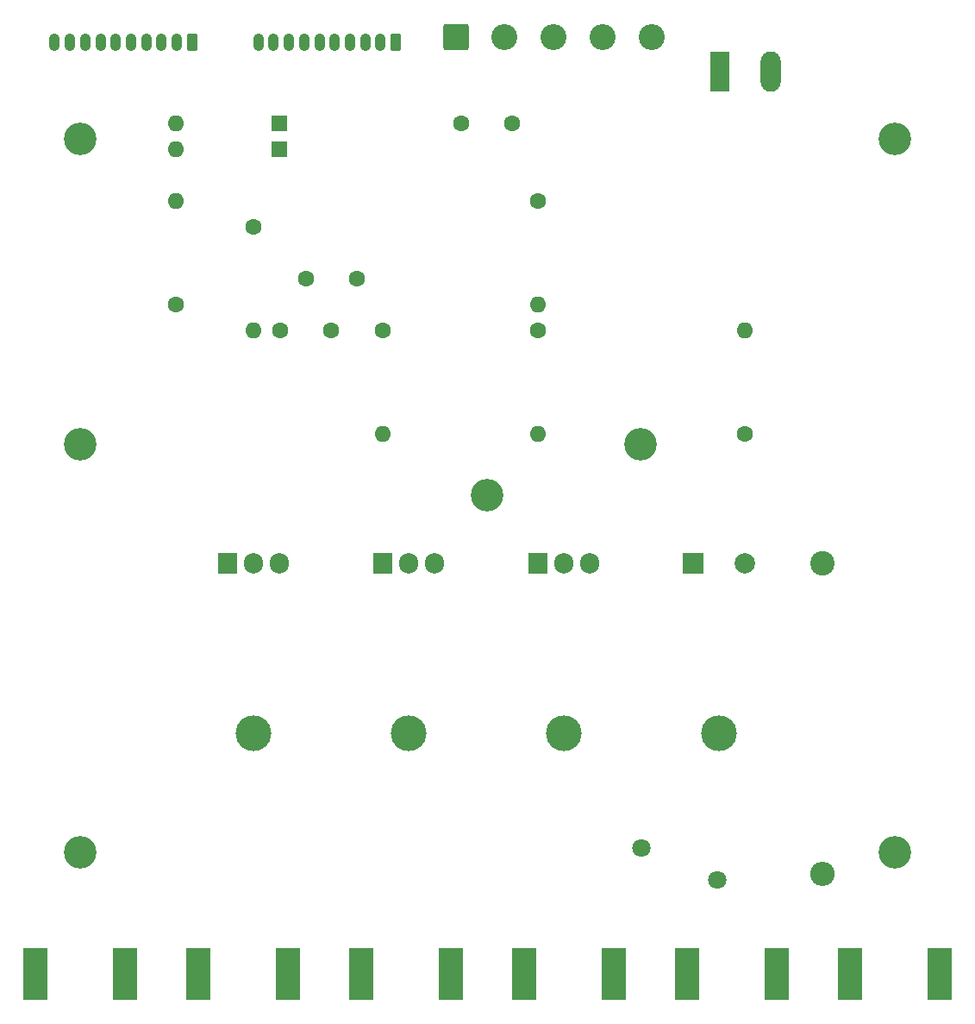
<source format=gbs>
G04 #@! TF.GenerationSoftware,KiCad,Pcbnew,9.0.0*
G04 #@! TF.CreationDate,2025-07-09T11:38:48-07:00*
G04 #@! TF.ProjectId,bipolar_current_driver_ADA4700-1,6269706f-6c61-4725-9f63-757272656e74,rev?*
G04 #@! TF.SameCoordinates,Original*
G04 #@! TF.FileFunction,Soldermask,Bot*
G04 #@! TF.FilePolarity,Negative*
%FSLAX46Y46*%
G04 Gerber Fmt 4.6, Leading zero omitted, Abs format (unit mm)*
G04 Created by KiCad (PCBNEW 9.0.0) date 2025-07-09 11:38:48*
%MOMM*%
%LPD*%
G01*
G04 APERTURE LIST*
G04 Aperture macros list*
%AMRoundRect*
0 Rectangle with rounded corners*
0 $1 Rounding radius*
0 $2 $3 $4 $5 $6 $7 $8 $9 X,Y pos of 4 corners*
0 Add a 4 corners polygon primitive as box body*
4,1,4,$2,$3,$4,$5,$6,$7,$8,$9,$2,$3,0*
0 Add four circle primitives for the rounded corners*
1,1,$1+$1,$2,$3*
1,1,$1+$1,$4,$5*
1,1,$1+$1,$6,$7*
1,1,$1+$1,$8,$9*
0 Add four rect primitives between the rounded corners*
20,1,$1+$1,$2,$3,$4,$5,0*
20,1,$1+$1,$4,$5,$6,$7,0*
20,1,$1+$1,$6,$7,$8,$9,0*
20,1,$1+$1,$8,$9,$2,$3,0*%
G04 Aperture macros list end*
%ADD10C,1.600000*%
%ADD11R,2.420000X5.080000*%
%ADD12RoundRect,0.249999X-1.025001X-1.025001X1.025001X-1.025001X1.025001X1.025001X-1.025001X1.025001X0*%
%ADD13C,2.550000*%
%ADD14RoundRect,0.250000X0.265000X0.615000X-0.265000X0.615000X-0.265000X-0.615000X0.265000X-0.615000X0*%
%ADD15O,1.030000X1.730000*%
%ADD16O,1.600000X1.600000*%
%ADD17C,3.500000*%
%ADD18R,1.905000X2.000000*%
%ADD19O,1.905000X2.000000*%
%ADD20C,3.200000*%
%ADD21R,2.000000X2.000000*%
%ADD22C,2.000000*%
%ADD23C,1.800000*%
%ADD24C,2.400000*%
%ADD25O,2.400000X2.400000*%
%ADD26R,1.600000X1.600000*%
%ADD27R,1.980000X3.960000*%
%ADD28O,1.980000X3.960000*%
G04 APERTURE END LIST*
D10*
X137160000Y-78740000D03*
X132160000Y-78740000D03*
D11*
X185620000Y-146930000D03*
X194380000Y-146930000D03*
D12*
X146900000Y-55000000D03*
D13*
X151700000Y-55000000D03*
X156500000Y-55000000D03*
X161300000Y-55000000D03*
X166100000Y-55000000D03*
D14*
X141000000Y-55500000D03*
D15*
X139500000Y-55500000D03*
X138000000Y-55500000D03*
X136500000Y-55500000D03*
X135000000Y-55500000D03*
X133500000Y-55500000D03*
X132000000Y-55500000D03*
X130500000Y-55500000D03*
X129000000Y-55500000D03*
X127500000Y-55500000D03*
D10*
X154940000Y-71120000D03*
D16*
X154940000Y-81280000D03*
D17*
X157480000Y-123340000D03*
D18*
X154940000Y-106680000D03*
D19*
X157480000Y-106680000D03*
X160020000Y-106680000D03*
D20*
X150000000Y-100000000D03*
X190000000Y-135000000D03*
D17*
X172720000Y-123340000D03*
D21*
X170180000Y-106680000D03*
D22*
X175260000Y-106680000D03*
D20*
X110000000Y-65000000D03*
D11*
X137620000Y-146930000D03*
X146380000Y-146930000D03*
D20*
X165000000Y-95000000D03*
X190000000Y-65000000D03*
D10*
X154940000Y-83820000D03*
D16*
X154940000Y-93980000D03*
D20*
X110000000Y-135000000D03*
D17*
X127000000Y-123340000D03*
D18*
X124460000Y-106680000D03*
D19*
X127000000Y-106680000D03*
X129540000Y-106680000D03*
D10*
X129620000Y-83820000D03*
X134620000Y-83820000D03*
D23*
X172600000Y-137720000D03*
X165100000Y-134620000D03*
D24*
X182880000Y-106680000D03*
D25*
X182880000Y-137160000D03*
D11*
X121620000Y-146930000D03*
X130380000Y-146930000D03*
D10*
X127000000Y-73660000D03*
D16*
X127000000Y-83820000D03*
D10*
X139700000Y-83820000D03*
D16*
X139700000Y-93980000D03*
D17*
X142240000Y-123340000D03*
D18*
X139700000Y-106680000D03*
D19*
X142240000Y-106680000D03*
X144780000Y-106680000D03*
D14*
X121000000Y-55500000D03*
D15*
X119500000Y-55500000D03*
X118000000Y-55500000D03*
X116500000Y-55500000D03*
X115000000Y-55500000D03*
X113500000Y-55500000D03*
X112000000Y-55500000D03*
X110500000Y-55500000D03*
X109000000Y-55500000D03*
X107500000Y-55500000D03*
D11*
X153620000Y-146930000D03*
X162380000Y-146930000D03*
D10*
X119380000Y-81280000D03*
D16*
X119380000Y-71120000D03*
D10*
X175260000Y-93980000D03*
D16*
X175260000Y-83820000D03*
D11*
X169620000Y-146930000D03*
X178380000Y-146930000D03*
D26*
X129540000Y-63500000D03*
D16*
X119380000Y-63500000D03*
D27*
X172800000Y-58420000D03*
D28*
X177800000Y-58420000D03*
D11*
X105620000Y-146930000D03*
X114380000Y-146930000D03*
D10*
X147400000Y-63500000D03*
X152400000Y-63500000D03*
D26*
X129540000Y-66040000D03*
D16*
X119380000Y-66040000D03*
D20*
X110000000Y-95000000D03*
M02*

</source>
